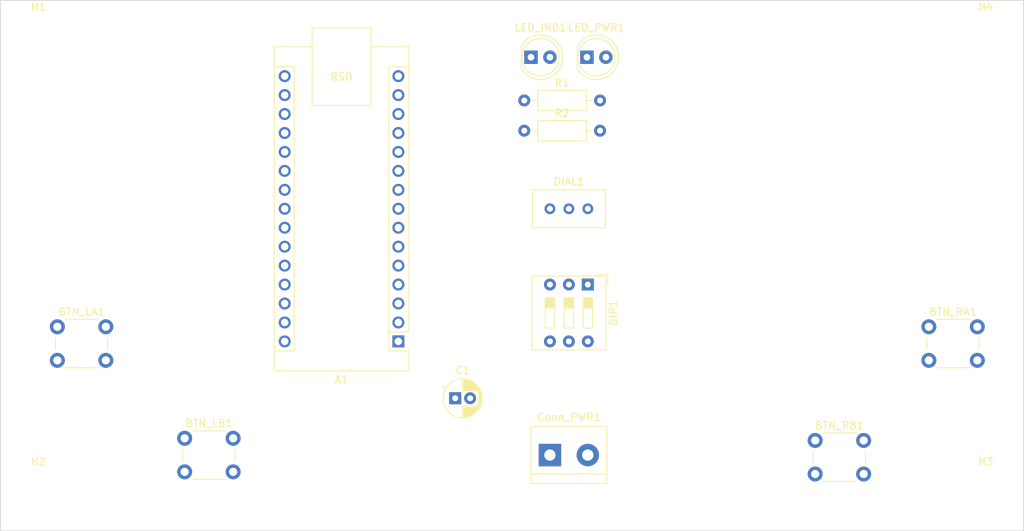
<source format=kicad_pcb>
(kicad_pcb (version 20221018) (generator pcbnew)
  (layers (0 "F.Cu" signal) (31 "B.Cu" signal) (34 "B.Paste" user) (35 "F.Paste" user) (36 "B.SilkS" user "B.Silkscreen") (37 "F.SilkS" user "F.Silkscreen") (38 "B.Mask" user) (39 "F.Mask" user) (44 "Edge.Cuts" user))
  (net 0 "")
  (net 4 "GND")
  (net 14 "MOSI")
  (net 15 "MISO")
  (net 16 "SCK")
  (net 17 "+3V3")
  (net 27 "+5V")
  (net 29 "VDC")
  (net 30 "BTN_LA")
  (net 31 "BTN_LB")
  (net 32 "BTN_RA")
  (net 33 "BTN_RB")
  (net 34 "Net-(Conn_PWR1-Pin_1)")
  (net 35 "DIAL")
  (net 36 "CH0")
  (net 37 "CH1")
  (net 38 "CH2")
  (net 39 "Net-(LED_IND1-K)")
  (net 40 "LED_IND")
  (net 41 "Net-(LED_PWR1-K)")
  (footprint "Resistor_THT:R_Axial_DIN0207_L6.3mm_D2.5mm_P10.16mm_Horizontal" (layer "F.Cu") (at 171.82 93.67)
    (fp_text reference "R2" (at 5.08 -2.37) (layer "F.SilkS"))
    (fp_text value "R")
    (fp_line (start 1.04 0) (end 1.81 0) (stroke (width 0.12)) (layer "F.SilkS"))
    (fp_line (start 1.81 -1.37) (end 1.81 1.37) (stroke (width 0.12)) (layer "F.SilkS"))
    (fp_line (start 1.81 1.37) (end 8.35 1.37) (stroke (width 0.12)) (layer "F.SilkS"))
    (fp_line (start 8.35 -1.37) (end 1.81 -1.37) (stroke (width 0.12)) (layer "F.SilkS"))
    (fp_line (start 8.35 1.37) (end 8.35 -1.37) (stroke (width 0.12)) (layer "F.SilkS"))
    (fp_line (start 9.12 0) (end 8.35 0) (stroke (width 0.12)) (layer "F.SilkS"))
    (pad "1" thru_hole circle (at 0 0) (size 1.6 1.6) (drill 0.8) (layers "*.Cu" "*.Mask") (net 4 "GND"))
    (pad "2" thru_hole oval (at 10.16 0) (size 1.6 1.6) (drill 0.8) (layers "*.Cu" "*.Mask") (net 39 "Net-(LED_IND1-K)"))
  )
  (footprint "Potentiometer_THT:Potentiometer_Bourns_3296W_Vertical" (layer "F.Cu") (at 180.34 104.14)
    (fp_text reference "DIAL1" (at -2.54 -3.66) (layer "F.SilkS"))
    (fp_text value "R_Potentiometer")
    (fp_line (start -7.425 -2.53) (end -7.425 2.54) (stroke (width 0.12)) (layer "F.SilkS"))
    (fp_line (start -7.425 -2.53) (end 2.345 -2.53) (stroke (width 0.12)) (layer "F.SilkS"))
    (fp_line (start -7.425 2.54) (end 2.345 2.54) (stroke (width 0.12)) (layer "F.SilkS"))
    (fp_line (start 2.345 -2.53) (end 2.345 2.54) (stroke (width 0.12)) (layer "F.SilkS"))
    (pad "1" thru_hole circle (at 0 0) (size 1.44 1.44) (drill 0.8) (layers "*.Cu" "*.Mask") (net 27 "+5V"))
    (pad "2" thru_hole circle (at -2.54 0) (size 1.44 1.44) (drill 0.8) (layers "*.Cu" "*.Mask") (net 35 "DIAL"))
    (pad "3" thru_hole circle (at -5.08 0) (size 1.44 1.44) (drill 0.8) (layers "*.Cu" "*.Mask") (net 4 "GND"))
  )
  (footprint "MountingHole:MountingHole_3.2mm_M3" (layer "F.Cu") (at 233.68 81.28)
    (fp_text reference "H4" (at 0 -4.2) (layer "F.SilkS"))
    (fp_text value "MountingHole")
    (pad "" np_thru_hole circle (at 0 0) (size 3.2 3.2) (drill 3.2) (layers "*.Cu" "*.Mask"))
  )
  (footprint "Resistor_THT:R_Axial_DIN0207_L6.3mm_D2.5mm_P10.16mm_Horizontal" (layer "F.Cu") (at 171.82 89.62)
    (fp_text reference "R1" (at 5.08 -2.37) (layer "F.SilkS"))
    (fp_text value "R")
    (fp_line (start 1.04 0) (end 1.81 0) (stroke (width 0.12)) (layer "F.SilkS"))
    (fp_line (start 1.81 -1.37) (end 1.81 1.37) (stroke (width 0.12)) (layer "F.SilkS"))
    (fp_line (start 1.81 1.37) (end 8.35 1.37) (stroke (width 0.12)) (layer "F.SilkS"))
    (fp_line (start 8.35 -1.37) (end 1.81 -1.37) (stroke (width 0.12)) (layer "F.SilkS"))
    (fp_line (start 8.35 1.37) (end 8.35 -1.37) (stroke (width 0.12)) (layer "F.SilkS"))
    (fp_line (start 9.12 0) (end 8.35 0) (stroke (width 0.12)) (layer "F.SilkS"))
    (pad "1" thru_hole circle (at 0 0) (size 1.6 1.6) (drill 0.8) (layers "*.Cu" "*.Mask") (net 41 "Net-(LED_PWR1-K)"))
    (pad "2" thru_hole oval (at 10.16 0) (size 1.6 1.6) (drill 0.8) (layers "*.Cu" "*.Mask") (net 4 "GND"))
  )
  (footprint "Button_Switch_THT:SW_PUSH_6mm_H8mm" (layer "F.Cu") (at 210.82 135.2)
    (fp_text reference "BTN_RB1" (at 3.25 -2) (layer "F.SilkS"))
    (fp_text value "SW_Push_Dual")
    (fp_line (start -0.25 1.5) (end -0.25 3) (stroke (width 0.12)) (layer "F.SilkS"))
    (fp_line (start 1 5.5) (end 5.5 5.5) (stroke (width 0.12)) (layer "F.SilkS"))
    (fp_line (start 5.5 -1) (end 1 -1) (stroke (width 0.12)) (layer "F.SilkS"))
    (fp_line (start 6.75 3) (end 6.75 1.5) (stroke (width 0.12)) (layer "F.SilkS"))
    (pad "1" thru_hole circle (at 0 0 90) (size 2 2) (drill 1.1) (layers "*.Cu" "*.Mask") (net 33 "BTN_RB"))
    (pad "1" thru_hole circle (at 6.5 0 90) (size 2 2) (drill 1.1) (layers "*.Cu" "*.Mask") (net 33 "BTN_RB"))
    (pad "2" thru_hole circle (at 0 4.5 90) (size 2 2) (drill 1.1) (layers "*.Cu" "*.Mask") (net 4 "GND"))
    (pad "2" thru_hole circle (at 6.5 4.5 90) (size 2 2) (drill 1.1) (layers "*.Cu" "*.Mask") (net 4 "GND"))
  )
  (footprint "LED_THT:LED_D5.0mm" (layer "F.Cu") (at 180.22 83.82)
    (fp_text reference "LED_PWR1" (at 1.27 -3.96) (layer "F.SilkS"))
    (fp_text value "LED")
    (fp_line (start -1.29 -1.545) (end -1.29 1.545) (stroke (width 0.12)) (layer "F.SilkS"))
    (fp_arc (start -1.29 -1.54483) (mid 2.072002 -2.880433) (end 4.26 0.000462) (stroke (width 0.12)) (layer "F.SilkS"))
    (fp_arc (start 4.26 -0.000462) (mid 2.072002 2.880433) (end -1.29 1.54483) (stroke (width 0.12)) (layer "F.SilkS"))
    (fp_circle (center 1.27 0) (end 3.77 0) (stroke (width 0.12)) (fill none) (layer "F.SilkS"))
    (pad "1" thru_hole rect (at 0 0) (size 1.8 1.8) (drill 0.9) (layers "*.Cu" "*.Mask") (net 41 "Net-(LED_PWR1-K)"))
    (pad "2" thru_hole circle (at 2.54 0) (size 1.8 1.8) (drill 0.9) (layers "*.Cu" "*.Mask") (net 29 "VDC"))
  )
  (footprint "MountingHole:MountingHole_3.2mm_M3" (layer "F.Cu") (at 106.68 81.28)
    (fp_text reference "H1" (at 0 -4.2) (layer "F.SilkS"))
    (fp_text value "MountingHole")
    (pad "" np_thru_hole circle (at 0 0) (size 3.2 3.2) (drill 3.2) (layers "*.Cu" "*.Mask"))
  )
  (footprint "Module:Arduino_Nano" (layer "F.Cu") (at 154.94 121.92 180)
    (fp_text reference "A1" (at 7.62 -5.08) (layer "F.SilkS"))
    (fp_text value "Arduino_Nano_Every")
    (fp_text user "USB" (at 7.62 35.56 180 unlocked) (layer "F.SilkS"))
    (fp_line (start -1.4 -3.94) (end -1.4 -1.27) (stroke (width 0.12)) (layer "F.SilkS"))
    (fp_line (start -1.4 1.27) (end -1.4 39.5) (stroke (width 0.12)) (layer "F.SilkS"))
    (fp_line (start -1.4 39.5) (end 3.68 39.5) (stroke (width 0.12)) (layer "F.SilkS"))
    (fp_line (start 1.27 -1.27) (end -1.4 -1.27) (stroke (width 0.12)) (layer "F.SilkS"))
    (fp_line (start 1.27 1.27) (end -1.4 1.27) (stroke (width 0.12)) (layer "F.SilkS"))
    (fp_line (start 1.27 1.27) (end 1.27 -1.27) (stroke (width 0.12)) (layer "F.SilkS"))
    (fp_line (start 1.27 1.27) (end 1.27 36.83) (stroke (width 0.12)) (layer "F.SilkS"))
    (fp_line (start 1.27 36.83) (end -1.4 36.83) (stroke (width 0.12)) (layer "F.SilkS"))
    (fp_line (start 3.68 31.62) (end 11.56 31.62) (stroke (width 0.12)) (layer "F.SilkS"))
    (fp_line (start 3.68 42.04) (end 3.68 31.62) (stroke (width 0.12)) (layer "F.SilkS"))
    (fp_line (start 11.56 31.62) (end 11.56 42.04) (stroke (width 0.12)) (layer "F.SilkS"))
    (fp_line (start 11.56 42.04) (end 3.68 42.04) (stroke (width 0.12)) (layer "F.SilkS"))
    (fp_line (start 13.97 -1.27) (end 13.97 36.83) (stroke (width 0.12)) (layer "F.SilkS"))
    (fp_line (start 13.97 -1.27) (end 16.64 -1.27) (stroke (width 0.12)) (layer "F.SilkS"))
    (fp_line (start 13.97 36.83) (end 16.64 36.83) (stroke (width 0.12)) (layer "F.SilkS"))
    (fp_line (start 16.64 -3.94) (end -1.4 -3.94) (stroke (width 0.12)) (layer "F.SilkS"))
    (fp_line (start 16.64 39.5) (end 11.56 39.5) (stroke (width 0.12)) (layer "F.SilkS"))
    (fp_line (start 16.64 39.5) (end 16.64 -3.94) (stroke (width 0.12)) (layer "F.SilkS"))
    (pad "1" thru_hole rect (at 0 0 180) (size 1.6 1.6) (drill 1) (layers "*.Cu" "*.Mask"))
    (pad "2" thru_hole oval (at 0 2.54 180) (size 1.6 1.6) (drill 1) (layers "*.Cu" "*.Mask"))
    (pad "3" thru_hole oval (at 0 5.08 180) (size 1.6 1.6) (drill 1) (layers "*.Cu" "*.Mask"))
    (pad "4" thru_hole oval (at 0 7.62 180) (size 1.6 1.6) (drill 1) (layers "*.Cu" "*.Mask") (net 4 "GND"))
    (pad "5" thru_hole oval (at 0 10.16 180) (size 1.6 1.6) (drill 1) (layers "*.Cu" "*.Mask"))
    (pad "6" thru_hole oval (at 0 12.7 180) (size 1.6 1.6) (drill 1) (layers "*.Cu" "*.Mask"))
    (pad "7" thru_hole oval (at 0 15.24 180) (size 1.6 1.6) (drill 1) (layers "*.Cu" "*.Mask"))
    (pad "8" thru_hole oval (at 0 17.78 180) (size 1.6 1.6) (drill 1) (layers "*.Cu" "*.Mask"))
    (pad "9" thru_hole oval (at 0 20.32 180) (size 1.6 1.6) (drill 1) (layers "*.Cu" "*.Mask"))
    (pad "10" thru_hole oval (at 0 22.86 180) (size 1.6 1.6) (drill 1) (layers "*.Cu" "*.Mask"))
    (pad "11" thru_hole oval (at 0 25.4 180) (size 1.6 1.6) (drill 1) (layers "*.Cu" "*.Mask"))
    (pad "12" thru_hole oval (at 0 27.94 180) (size 1.6 1.6) (drill 1) (layers "*.Cu" "*.Mask"))
    (pad "13" thru_hole oval (at 0 30.48 180) (size 1.6 1.6) (drill 1) (layers "*.Cu" "*.Mask"))
    (pad "14" thru_hole oval (at 0 33.02 180) (size 1.6 1.6) (drill 1) (layers "*.Cu" "*.Mask") (net 14 "MOSI"))
    (pad "15" thru_hole oval (at 0 35.56 180) (size 1.6 1.6) (drill 1) (layers "*.Cu" "*.Mask") (net 15 "MISO"))
    (pad "16" thru_hole oval (at 15.24 35.56 180) (size 1.6 1.6) (drill 1) (layers "*.Cu" "*.Mask") (net 16 "SCK"))
    (pad "17" thru_hole oval (at 15.24 33.02 180) (size 1.6 1.6) (drill 1) (layers "*.Cu" "*.Mask") (net 17 "+3V3"))
    (pad "18" thru_hole oval (at 15.24 30.48 180) (size 1.6 1.6) (drill 1) (layers "*.Cu" "*.Mask"))
    (pad "19" thru_hole oval (at 15.24 27.94 180) (size 1.6 1.6) (drill 1) (layers "*.Cu" "*.Mask"))
    (pad "20" thru_hole oval (at 15.24 25.4 180) (size 1.6 1.6) (drill 1) (layers "*.Cu" "*.Mask"))
    (pad "21" thru_hole oval (at 15.24 22.86 180) (size 1.6 1.6) (drill 1) (layers "*.Cu" "*.Mask"))
    (pad "22" thru_hole oval (at 15.24 20.32 180) (size 1.6 1.6) (drill 1) (layers "*.Cu" "*.Mask"))
    (pad "23" thru_hole oval (at 15.24 17.78 180) (size 1.6 1.6) (drill 1) (layers "*.Cu" "*.Mask"))
    (pad "24" thru_hole oval (at 15.24 15.24 180) (size 1.6 1.6) (drill 1) (layers "*.Cu" "*.Mask"))
    (pad "25" thru_hole oval (at 15.24 12.7 180) (size 1.6 1.6) (drill 1) (layers "*.Cu" "*.Mask"))
    (pad "26" thru_hole oval (at 15.24 10.16 180) (size 1.6 1.6) (drill 1) (layers "*.Cu" "*.Mask"))
    (pad "27" thru_hole oval (at 15.24 7.62 180) (size 1.6 1.6) (drill 1) (layers "*.Cu" "*.Mask") (net 27 "+5V"))
    (pad "28" thru_hole oval (at 15.24 5.08 180) (size 1.6 1.6) (drill 1) (layers "*.Cu" "*.Mask"))
    (pad "29" thru_hole oval (at 15.24 2.54 180) (size 1.6 1.6) (drill 1) (layers "*.Cu" "*.Mask") (net 4 "GND"))
    (pad "30" thru_hole oval (at 15.24 0 180) (size 1.6 1.6) (drill 1) (layers "*.Cu" "*.Mask") (net 29 "VDC"))
  )
  (footprint "Button_Switch_THT:SW_DIP_SPSTx03_Slide_9.78x9.8mm_W7.62mm_P2.54mm" (layer "F.Cu") (at 180.34 114.3 -90)
    (fp_text reference "DIP1" (at 3.81 -3.42 90) (layer "F.SilkS"))
    (fp_text value "SW_DIP_x03")
    (fp_line (start -1.38 -2.66) (end -1.38 -1.277) (stroke (width 0.12)) (layer "F.SilkS"))
    (fp_line (start -1.38 -2.66) (end 0.004 -2.66) (stroke (width 0.12)) (layer "F.SilkS"))
    (fp_line (start -1.14 -2.42) (end -1.14 7.5) (stroke (width 0.12)) (layer "F.SilkS"))
    (fp_line (start -1.14 -2.42) (end 8.76 -2.42) (stroke (width 0.12)) (layer "F.SilkS"))
    (fp_line (start -1.14 7.5) (end 8.76 7.5) (stroke (width 0.12)) (layer "F.SilkS"))
    (fp_line (start 1.78 -0.635) (end 1.78 0.635) (stroke (width 0.12)) (layer "F.SilkS"))
    (fp_line (start 1.78 -0.515) (end 3.133333 -0.515) (stroke (width 0.12)) (layer "F.SilkS"))
    (fp_line (start 1.78 -0.395) (end 3.133333 -0.395) (stroke (width 0.12)) (layer "F.SilkS"))
    (fp_line (start 1.78 -0.275) (end 3.133333 -0.275) (stroke (width 0.12)) (layer "F.SilkS"))
    (fp_line (start 1.78 -0.155) (end 3.133333 -0.155) (stroke (width 0.12)) (layer "F.SilkS"))
    (fp_line (start 1.78 -0.035) (end 3.133333 -0.035) (stroke (width 0.12)) (layer "F.SilkS"))
    (fp_line (start 1.78 0.085) (end 3.133333 0.085) (stroke (width 0.12)) (layer "F.SilkS"))
    (fp_line (start 1.78 0.205) (end 3.133333 0.205) (stroke (width 0.12)) (layer "F.SilkS"))
    (fp_line (start 1.78 0.325) (end 3.133333 0.325) (stroke (width 0.12)) (layer "F.SilkS"))
    (fp_line (start 1.78 0.445) (end 3.133333 0.445) (stroke (width 0.12)) (layer "F.SilkS"))
    (fp_line (start 1.78 0.565) (end 3.133333 0.565) (stroke (width 0.12)) (layer "F.SilkS"))
    (fp_line (start 1.78 0.635) (end 5.84 0.635) (stroke (width 0.12)) (layer "F.SilkS"))
    (fp_line (start 1.78 1.905) (end 1.78 3.175) (stroke (width 0.12)) (layer "F.SilkS"))
    (fp_line (start 1.78 2.025) (end 3.133333 2.025) (stroke (width 0.12)) (layer "F.SilkS"))
    (fp_line (start 1.78 2.145) (end 3.133333 2.145) (stroke (width 0.12)) (layer "F.SilkS"))
    (fp_line (start 1.78 2.265) (end 3.133333 2.265) (stroke (width 0.12)) (layer "F.SilkS"))
    (fp_line (start 1.78 2.385) (end 3.133333 2.385) (stroke (width 0.12)) (layer "F.SilkS"))
    (fp_line (start 1.78 2.505) (end 3.133333 2.505) (stroke (width 0.12)) (layer "F.SilkS"))
    (fp_line (start 1.78 2.625) (end 3.133333 2.625) (stroke (width 0.12)) (layer "F.SilkS"))
    (fp_line (start 1.78 2.745) (end 3.133333 2.745) (stroke (width 0.12)) (layer "F.SilkS"))
    (fp_line (start 1.78 2.865) (end 3.133333 2.865) (stroke (width 0.12)) (layer "F.SilkS"))
    (fp_line (start 1.78 2.985) (end 3.133333 2.985) (stroke (width 0.12)) (layer "F.SilkS"))
    (fp_line (start 1.78 3.105) (end 3.133333 3.105) (stroke (width 0.12)) (layer "F.SilkS"))
    (fp_line (start 1.78 3.175) (end 5.84 3.175) (stroke (width 0.12)) (layer "F.SilkS"))
    (fp_line (start 1.78 4.445) (end 1.78 5.715) (stroke (width 0.12)) (layer "F.SilkS"))
    (fp_line (start 1.78 4.565) (end 3.133333 4.565) (stroke (width 0.12)) (layer "F.SilkS"))
    (fp_line (start 1.78 4.685) (end 3.133333 4.685) (stroke (width 0.12)) (layer "F.SilkS"))
    (fp_line (start 1.78 4.805) (end 3.133333 4.805) (stroke (width 0.12)) (layer "F.SilkS"))
    (fp_line (start 1.78 4.925) (end 3.133333 4.925) (stroke (width 0.12)) (layer "F.SilkS"))
    (fp_line (start 1.78 5.045) (end 3.133333 5.045) (stroke (width 0.12)) (layer "F.SilkS"))
    (fp_line (start 1.78 5.165) (end 3.133333 5.165) (stroke (width 0.12)) (layer "F.SilkS"))
    (fp_line (start 1.78 5.285) (end 3.133333 5.285) (stroke (width 0.12)) (layer "F.SilkS"))
    (fp_line (start 1.78 5.405) (end 3.133333 5.405) (stroke (width 0.12)) (layer "F.SilkS"))
    (fp_line (start 1.78 5.525) (end 3.133333 5.525) (stroke (width 0.12)) (layer "F.SilkS"))
    (fp_line (start 1.78 5.645) (end 3.133333 5.645) (stroke (width 0.12)) (layer "F.SilkS"))
    (fp_line (start 1.78 5.715) (end 5.84 5.715) (stroke (width 0.12)) (layer "F.SilkS"))
    (fp_line (start 3.133333 -0.635) (end 3.133333 0.635) (stroke (width 0.12)) (layer "F.SilkS"))
    (fp_line (start 3.133333 1.905) (end 3.133333 3.175) (stroke (width 0.12)) (layer "F.SilkS"))
    (fp_line (start 3.133333 4.445) (end 3.133333 5.715) (stroke (width 0.12)) (layer "F.SilkS"))
    (fp_line (start 5.84 -0.635) (end 1.78 -0.635) (stroke (width 0.12)) (layer "F.SilkS"))
    (fp_line (start 5.84 0.635) (end 5.84 -0.635) (stroke (width 0.12)) (layer "F.SilkS"))
    (fp_line (start 5.84 1.905) (end 1.78 1.905) (stroke (width 0.12)) (layer "F.SilkS"))
    (fp_line (start 5.84 3.175) (end 5.84 1.905) (stroke (width 0.12)) (layer "F.SilkS"))
    (fp_line (start 5.84 4.445) (end 1.78 4.445) (stroke (width 0.12)) (layer "F.SilkS"))
    (fp_line (start 5.84 5.715) (end 5.84 4.445) (stroke (width 0.12)) (layer "F.SilkS"))
    (fp_line (start 8.76 -2.42) (end 8.76 7.5) (stroke (width 0.12)) (layer "F.SilkS"))
    (pad "1" thru_hole rect (at 0 0 270) (size 1.6 1.6) (drill 0.8) (layers "*.Cu" "*.Mask") (net 4 "GND"))
    (pad "2" thru_hole oval (at 0 2.54 270) (size 1.6 1.6) (drill 0.8) (layers "*.Cu" "*.Mask") (net 4 "GND"))
    (pad "3" thru_hole oval (at 0 5.08 270) (size 1.6 1.6) (drill 0.8) (layers "*.Cu" "*.Mask") (net 4 "GND"))
    (pad "4" thru_hole oval (at 7.62 5.08 270) (size 1.6 1.6) (drill 0.8) (layers "*.Cu" "*.Mask") (net 36 "CH0"))
    (pad "5" thru_hole oval (at 7.62 2.54 270) (size 1.6 1.6) (drill 0.8) (layers "*.Cu" "*.Mask") (net 37 "CH1"))
    (pad "6" thru_hole oval (at 7.62 0 270) (size 1.6 1.6) (drill 0.8) (layers "*.Cu" "*.Mask") (net 38 "CH2"))
  )
  (footprint "Button_Switch_THT:SW_PUSH_6mm_H8mm" (layer "F.Cu") (at 109.22 119.96)
    (fp_text reference "BTN_LA1" (at 3.25 -2) (layer "F.SilkS"))
    (fp_text value "SW_Push_Dual")
    (fp_line (start -0.25 1.5) (end -0.25 3) (stroke (width 0.12)) (layer "F.SilkS"))
    (fp_line (start 1 5.5) (end 5.5 5.5) (stroke (width 0.12)) (layer "F.SilkS"))
    (fp_line (start 5.5 -1) (end 1 -1) (stroke (width 0.12)) (layer "F.SilkS"))
    (fp_line (start 6.75 3) (end 6.75 1.5) (stroke (width 0.12)) (layer "F.SilkS"))
    (pad "1" thru_hole circle (at 0 0 90) (size 2 2) (drill 1.1) (layers "*.Cu" "*.Mask") (net 30 "BTN_LA"))
    (pad "1" thru_hole circle (at 6.5 0 90) (size 2 2) (drill 1.1) (layers "*.Cu" "*.Mask") (net 30 "BTN_LA"))
    (pad "2" thru_hole circle (at 0 4.5 90) (size 2 2) (drill 1.1) (layers "*.Cu" "*.Mask") (net 4 "GND"))
    (pad "2" thru_hole circle (at 6.5 4.5 90) (size 2 2) (drill 1.1) (layers "*.Cu" "*.Mask") (net 4 "GND"))
  )
  (footprint "TerminalBlock:TerminalBlock_bornier-2_P5.08mm" (layer "F.Cu") (at 175.26 137.16)
    (fp_text reference "Conn_PWR1" (at 2.54 -5.08) (layer "F.SilkS"))
    (fp_text value "Screw_Terminal_01x02")
    (fp_line (start -2.54 -3.81) (end -2.54 3.81) (stroke (width 0.12)) (layer "F.SilkS"))
    (fp_line (start -2.54 3.81) (end 7.62 3.81) (stroke (width 0.12)) (layer "F.SilkS"))
    (fp_line (start 7.62 -3.81) (end -2.54 -3.81) (stroke (width 0.12)) (layer "F.SilkS"))
    (fp_line (start 7.62 2.54) (end -2.54 2.54) (stroke (width 0.12)) (layer "F.SilkS"))
    (fp_line (start 7.62 3.81) (end 7.62 -3.81) (stroke (width 0.12)) (layer "F.SilkS"))
    (pad "1" thru_hole rect (at 0 0) (size 3 3) (drill 1.52) (layers "*.Cu" "*.Mask") (net 34 "Net-(Conn_PWR1-Pin_1)"))
    (pad "2" thru_hole circle (at 5.08 0) (size 3 3) (drill 1.52) (layers "*.Cu" "*.Mask") (net 4 "GND"))
  )
  (footprint "Button_Switch_THT:SW_PUSH_6mm_H8mm" (layer "F.Cu") (at 226.06 119.96)
    (fp_text reference "BTN_RA1" (at 3.25 -2) (layer "F.SilkS"))
    (fp_text value "SW_Push_Dual")
    (fp_line (start -0.25 1.5) (end -0.25 3) (stroke (width 0.12)) (layer "F.SilkS"))
    (fp_line (start 1 5.5) (end 5.5 5.5) (stroke (width 0.12)) (layer "F.SilkS"))
    (fp_line (start 5.5 -1) (end 1 -1) (stroke (width 0.12)) (layer "F.SilkS"))
    (fp_line (start 6.75 3) (end 6.75 1.5) (stroke (width 0.12)) (layer "F.SilkS"))
    (pad "1" thru_hole circle (at 0 0 90) (size 2 2) (drill 1.1) (layers "*.Cu" "*.Mask") (net 32 "BTN_RA"))
    (pad "1" thru_hole circle (at 6.5 0 90) (size 2 2) (drill 1.1) (layers "*.Cu" "*.Mask") (net 32 "BTN_RA"))
    (pad "2" thru_hole circle (at 0 4.5 90) (size 2 2) (drill 1.1) (layers "*.Cu" "*.Mask") (net 4 "GND"))
    (pad "2" thru_hole circle (at 6.5 4.5 90) (size 2 2) (drill 1.1) (layers "*.Cu" "*.Mask") (net 4 "GND"))
  )
  (footprint "LED_THT:LED_D5.0mm" (layer "F.Cu") (at 172.72 83.82)
    (fp_text reference "LED_IND1" (at 1.27 -3.96) (layer "F.SilkS"))
    (fp_text value "LED")
    (fp_line (start -1.29 -1.545) (end -1.29 1.545) (stroke (width 0.12)) (layer "F.SilkS"))
    (fp_arc (start -1.29 -1.54483) (mid 2.072002 -2.880433) (end 4.26 0.000462) (stroke (width 0.12)) (layer "F.SilkS"))
    (fp_arc (start 4.26 -0.000462) (mid 2.072002 2.880433) (end -1.29 1.54483) (stroke (width 0.12)) (layer "F.SilkS"))
    (fp_circle (center 1.27 0) (end 3.77 0) (stroke (width 0.12)) (fill none) (layer "F.SilkS"))
    (pad "1" thru_hole rect (at 0 0) (size 1.8 1.8) (drill 0.9) (layers "*.Cu" "*.Mask") (net 39 "Net-(LED_IND1-K)"))
    (pad "2" thru_hole circle (at 2.54 0) (size 1.8 1.8) (drill 0.9) (layers "*.Cu" "*.Mask") (net 40 "LED_IND"))
  )
  (footprint "Capacitor_THT:CP_Radial_D5.0mm_P2.00mm" (layer "F.Cu") (at 162.56 129.54)
    (fp_text reference "C1" (at 1 -3.75) (layer "F.SilkS"))
    (fp_text value "1uF")
    (fp_line (start -1.804775 -1.475) (end -1.304775 -1.475) (stroke (width 0.12)) (layer "F.SilkS"))
    (fp_line (start -1.554775 -1.725) (end -1.554775 -1.225) (stroke (width 0.12)) (layer "F.SilkS"))
    (fp_line (start 1 -2.58) (end 1 -1.04) (stroke (width 0.12)) (layer "F.SilkS"))
    (fp_line (start 1 1.04) (end 1 2.58) (stroke (width 0.12)) (layer "F.SilkS"))
    (fp_line (start 1.04 -2.58) (end 1.04 -1.04) (stroke (width 0.12)) (layer "F.SilkS"))
    (fp_line (start 1.04 1.04) (end 1.04 2.58) (stroke (width 0.12)) (layer "F.SilkS"))
    (fp_line (start 1.08 -2.579) (end 1.08 -1.04) (stroke (width 0.12)) (layer "F.SilkS"))
    (fp_line (start 1.08 1.04) (end 1.08 2.579) (stroke (width 0.12)) (layer "F.SilkS"))
    (fp_line (start 1.12 -2.578) (end 1.12 -1.04) (stroke (width 0.12)) (layer "F.SilkS"))
    (fp_line (start 1.12 1.04) (end 1.12 2.578) (stroke (width 0.12)) (layer "F.SilkS"))
    (fp_line (start 1.16 -2.576) (end 1.16 -1.04) (stroke (width 0.12)) (layer "F.SilkS"))
    (fp_line (start 1.16 1.04) (end 1.16 2.576) (stroke (width 0.12)) (layer "F.SilkS"))
    (fp_line (start 1.2 -2.573) (end 1.2 -1.04) (stroke (width 0.12)) (layer "F.SilkS"))
    (fp_line (start 1.2 1.04) (end 1.2 2.573) (stroke (width 0.12)) (layer "F.SilkS"))
    (fp_line (start 1.24 -2.569) (end 1.24 -1.04) (stroke (width 0.12)) (layer "F.SilkS"))
    (fp_line (start 1.24 1.04) (end 1.24 2.569) (stroke (width 0.12)) (layer "F.SilkS"))
    (fp_line (start 1.28 -2.565) (end 1.28 -1.04) (stroke (width 0.12)) (layer "F.SilkS"))
    (fp_line (start 1.28 1.04) (end 1.28 2.565) (stroke (width 0.12)) (layer "F.SilkS"))
    (fp_line (start 1.32 -2.561) (end 1.32 -1.04) (stroke (width 0.12)) (layer "F.SilkS"))
    (fp_line (start 1.32 1.04) (end 1.32 2.561) (stroke (width 0.12)) (layer "F.SilkS"))
    (fp_line (start 1.36 -2.556) (end 1.36 -1.04) (stroke (width 0.12)) (layer "F.SilkS"))
    (fp_line (start 1.36 1.04) (end 1.36 2.556) (stroke (width 0.12)) (layer "F.SilkS"))
    (fp_line (start 1.4 -2.55) (end 1.4 -1.04) (stroke (width 0.12)) (layer "F.SilkS"))
    (fp_line (start 1.4 1.04) (end 1.4 2.55) (stroke (width 0.12)) (layer "F.SilkS"))
    (fp_line (start 1.44 -2.543) (end 1.44 -1.04) (stroke (width 0.12)) (layer "F.SilkS"))
    (fp_line (start 1.44 1.04) (end 1.44 2.543) (stroke (width 0.12)) (layer "F.SilkS"))
    (fp_line (start 1.48 -2.536) (end 1.48 -1.04) (stroke (width 0.12)) (layer "F.SilkS"))
    (fp_line (start 1.48 1.04) (end 1.48 2.536) (stroke (width 0.12)) (layer "F.SilkS"))
    (fp_line (start 1.52 -2.528) (end 1.52 -1.04) (stroke (width 0.12)) (layer "F.SilkS"))
    (fp_line (start 1.52 1.04) (end 1.52 2.528) (stroke (width 0.12)) (layer "F.SilkS"))
    (fp_line (start 1.56 -2.52) (end 1.56 -1.04) (stroke (width 0.12)) (layer "F.SilkS"))
    (fp_line (start 1.56 1.04) (end 1.56 2.52) (stroke (width 0.12)) (layer "F.SilkS"))
    (fp_line (start 1.6 -2.511) (end 1.6 -1.04) (stroke (width 0.12)) (layer "F.SilkS"))
    (fp_line (start 1.6 1.04) (end 1.6 2.511) (stroke (width 0.12)) (layer "F.SilkS"))
    (fp_line (start 1.64 -2.501) (end 1.64 -1.04) (stroke (width 0.12)) (layer "F.SilkS"))
    (fp_line (start 1.64 1.04) (end 1.64 2.501) (stroke (width 0.12)) (layer "F.SilkS"))
    (fp_line (start 1.68 -2.491) (end 1.68 -1.04) (stroke (width 0.12)) (layer "F.SilkS"))
    (fp_line (start 1.68 1.04) (end 1.68 2.491) (stroke (width 0.12)) (layer "F.SilkS"))
    (fp_line (start 1.721 -2.48) (end 1.721 -1.04) (stroke (width 0.12)) (layer "F.SilkS"))
    (fp_line (start 1.721 1.04) (end 1.721 2.48) (stroke (width 0.12)) (layer "F.SilkS"))
    (fp_line (start 1.761 -2.468) (end 1.761 -1.04) (stroke (width 0.12)) (layer "F.SilkS"))
    (fp_line (start 1.761 1.04) (end 1.761 2.468) (stroke (width 0.12)) (layer "F.SilkS"))
    (fp_line (start 1.801 -2.455) (end 1.801 -1.04) (stroke (width 0.12)) (layer "F.SilkS"))
    (fp_line (start 1.801 1.04) (end 1.801 2.455) (stroke (width 0.12)) (layer "F.SilkS"))
    (fp_line (start 1.841 -2.442) (end 1.841 -1.04) (stroke (width 0.12)) (layer "F.SilkS"))
    (fp_line (start 1.841 1.04) (end 1.841 2.442) (stroke (width 0.12)) (layer "F.SilkS"))
    (fp_line (start 1.881 -2.428) (end 1.881 -1.04) (stroke (width 0.12)) (layer "F.SilkS"))
    (fp_line (start 1.881 1.04) (end 1.881 2.428) (stroke (width 0.12)) (layer "F.SilkS"))
    (fp_line (start 1.921 -2.414) (end 1.921 -1.04) (stroke (width 0.12)) (layer "F.SilkS"))
    (fp_line (start 1.921 1.04) (end 1.921 2.414) (stroke (width 0.12)) (layer "F.SilkS"))
    (fp_line (start 1.961 -2.398) (end 1.961 -1.04) (stroke (width 0.12)) (layer "F.SilkS"))
    (fp_line (start 1.961 1.04) (end 1.961 2.398) (stroke (width 0.12)) (layer "F.SilkS"))
    (fp_line (start 2.001 -2.382) (end 2.001 -1.04) (stroke (width 0.12)) (layer "F.SilkS"))
    (fp_line (start 2.001 1.04) (end 2.001 2.382) (stroke (width 0.12)) (layer "F.SilkS"))
    (fp_line (start 2.041 -2.365) (end 2.041 -1.04) (stroke (width 0.12)) (layer "F.SilkS"))
    (fp_line (start 2.041 1.04) (end 2.041 2.365) (stroke (width 0.12)) (layer "F.SilkS"))
    (fp_line (start 2.081 -2.348) (end 2.081 -1.04) (stroke (width 0.12)) (layer "F.SilkS"))
    (fp_line (start 2.081 1.04) (end 2.081 2.348) (stroke (width 0.12)) (layer "F.SilkS"))
    (fp_line (start 2.121 -2.329) (end 2.121 -1.04) (stroke (width 0.12)) (layer "F.SilkS"))
    (fp_line (start 2.121 1.04) (end 2.121 2.329) (stroke (width 0.12)) (layer "F.SilkS"))
    (fp_line (start 2.161 -2.31) (end 2.161 -1.04) (stroke (width 0.12)) (layer "F.SilkS"))
    (fp_line (start 2.161 1.04) (end 2.161 2.31) (stroke (width 0.12)) (layer "F.SilkS"))
    (fp_line (start 2.201 -2.29) (end 2.201 -1.04) (stroke (width 0.12)) (layer "F.SilkS"))
    (fp_line (start 2.201 1.04) (end 2.201 2.29) (stroke (width 0.12)) (layer "F.SilkS"))
    (fp_line (start 2.241 -2.268) (end 2.241 -1.04) (stroke (width 0.12)) (layer "F.SilkS"))
    (fp_line (start 2.241 1.04) (end 2.241 2.268) (stroke (width 0.12)) (layer "F.SilkS"))
    (fp_line (start 2.281 -2.247) (end 2.281 -1.04) (stroke (width 0.12)) (layer "F.SilkS"))
    (fp_line (start 2.281 1.04) (end 2.281 2.247) (stroke (width 0.12)) (layer "F.SilkS"))
    (fp_line (start 2.321 -2.224) (end 2.321 -1.04) (stroke (width 0.12)) (layer "F.SilkS"))
    (fp_line (start 2.321 1.04) (end 2.321 2.224) (stroke (width 0.12)) (layer "F.SilkS"))
    (fp_line (start 2.361 -2.2) (end 2.361 -1.04) (stroke (width 0.12)) (layer "F.SilkS"))
    (fp_line (start 2.361 1.04) (end 2.361 2.2) (stroke (width 0.12)) (layer "F.SilkS"))
    (fp_line (start 2.401 -2.175) (end 2.401 -1.04) (stroke (width 0.12)) (layer "F.SilkS"))
    (fp_line (start 2.401 1.04) (end 2.401 2.175) (stroke (width 0.12)) (layer "F.SilkS"))
    (fp_line (start 2.441 -2.149) (end 2.441 -1.04) (stroke (width 0.12)) (layer "F.SilkS"))
    (fp_line (start 2.441 1.04) (end 2.441 2.149) (stroke (width 0.12)) (layer "F.SilkS"))
    (fp_line (start 2.481 -2.122) (end 2.481 -1.04) (stroke (width 0.12)) (layer "F.SilkS"))
    (fp_line (start 2.481 1.04) (end 2.481 2.122) (stroke (width 0.12)) (layer "F.SilkS"))
    (fp_line (start 2.521 -2.095) (end 2.521 -1.04) (stroke (width 0.12)) (layer "F.SilkS"))
    (fp_line (start 2.521 1.04) (end 2.521 2.095) (stroke (width 0.12)) (layer "F.SilkS"))
    (fp_line (start 2.561 -2.065) (end 2.561 -1.04) (stroke (width 0.12)) (layer "F.SilkS"))
    (fp_line (start 2.561 1.04) (end 2.561 2.065) (stroke (width 0.12)) (layer "F.SilkS"))
    (fp_line (start 2.601 -2.035) (end 2.601 -1.04) (stroke (width 0.12)) (layer "F.SilkS"))
    (fp_line (start 2.601 1.04) (end 2.601 2.035) (stroke (width 0.12)) (layer "F.SilkS"))
    (fp_line (start 2.641 -2.004) (end 2.641 -1.04) (stroke (width 0.12)) (layer "F.SilkS"))
    (fp_line (start 2.641 1.04) (end 2.641 2.004) (stroke (width 0.12)) (layer "F.SilkS"))
    (fp_line (start 2.681 -1.971) (end 2.681 -1.04) (stroke (width 0.12)) (layer "F.SilkS"))
    (fp_line (start 2.681 1.04) (end 2.681 1.971) (stroke (width 0.12)) (layer "F.SilkS"))
    (fp_line (start 2.721 -1.937) (end 2.721 -1.04) (stroke (width 0.12)) (layer "F.SilkS"))
    (fp_line (start 2.721 1.04) (end 2.721 1.937) (stroke (width 0.12)) (layer "F.SilkS"))
    (fp_line (start 2.761 -1.901) (end 2.761 -1.04) (stroke (width 0.12)) (layer "F.SilkS"))
    (fp_line (start 2.761 1.04) (end 2.761 1.901) (stroke (width 0.12)) (layer "F.SilkS"))
    (fp_line (start 2.801 -1.864) (end 2.801 -1.04) (stroke (width 0.12)) (layer "F.SilkS"))
    (fp_line (start 2.801 1.04) (end 2.801 1.864) (stroke (width 0.12)) (layer "F.SilkS"))
    (fp_line (start 2.841 -1.826) (end 2.841 -1.04) (stroke (width 0.12)) (layer "F.SilkS"))
    (fp_line (start 2.841 1.04) (end 2.841 1.826) (stroke (width 0.12)) (layer "F.SilkS"))
    (fp_line (start 2.881 -1.785) (end 2.881 -1.04) (stroke (width 0.12)) (layer "F.SilkS"))
    (fp_line (start 2.881 1.04) (end 2.881 1.785) (stroke (width 0.12)) (layer "F.SilkS"))
    (fp_line (start 2.921 -1.743) (end 2.921 -1.04) (stroke (width 0.12)) (layer "F.SilkS"))
    (fp_line (start 2.921 1.04) (end 2.921 1.743) (stroke (width 0.12)) (layer "F.SilkS"))
    (fp_line (start 2.961 -1.699) (end 2.961 -1.04) (stroke (width 0.12)) (layer "F.SilkS"))
    (fp_line (start 2.961 1.04) (end 2.961 1.699) (stroke (width 0.12)) (layer "F.SilkS"))
    (fp_line (start 3.001 -1.653) (end 3.001 -1.04) (stroke (width 0.12)) (layer "F.SilkS"))
    (fp_line (start 3.001 1.04) (end 3.001 1.653) (stroke (width 0.12)) (layer "F.SilkS"))
    (fp_line (start 3.041 -1.605) (end 3.041 1.605) (stroke (width 0.12)) (layer "F.SilkS"))
    (fp_line (start 3.081 -1.554) (end 3.081 1.554) (stroke (width 0.12)) (layer "F.SilkS"))
    (fp_line (start 3.121 -1.5) (end 3.121 1.5) (stroke (width 0.12)) (layer "F.SilkS"))
    (fp_line (start 3.161 -1.443) (end 3.161 1.443) (stroke (width 0.12)) (layer "F.SilkS"))
    (fp_line (start 3.201 -1.383) (end 3.201 1.383) (stroke (width 0.12)) (layer "F.SilkS"))
    (fp_line (start 3.241 -1.319) (end 3.241 1.319) (stroke (width 0.12)) (layer "F.SilkS"))
    (fp_line (start 3.281 -1.251) (end 3.281 1.251) (stroke (width 0.12)) (layer "F.SilkS"))
    (fp_line (start 3.321 -1.178) (end 3.321 1.178) (stroke (width 0.12)) (layer "F.SilkS"))
    (fp_line (start 3.361 -1.098) (end 3.361 1.098) (stroke (width 0.12)) (layer "F.SilkS"))
    (fp_line (start 3.401 -1.011) (end 3.401 1.011) (stroke (width 0.12)) (layer "F.SilkS"))
    (fp_line (start 3.441 -0.915) (end 3.441 0.915) (stroke (width 0.12)) (layer "F.SilkS"))
    (fp_line (start 3.481 -0.805) (end 3.481 0.805) (stroke (width 0.12)) (layer "F.SilkS"))
    (fp_line (start 3.521 -0.677) (end 3.521 0.677) (stroke (width 0.12)) (layer "F.SilkS"))
    (fp_line (start 3.561 -0.518) (end 3.561 0.518) (stroke (width 0.12)) (layer "F.SilkS"))
    (fp_line (start 3.601 -0.284) (end 3.601 0.284) (stroke (width 0.12)) (layer "F.SilkS"))
    (fp_circle (center 1 0) (end 3.62 0) (stroke (width 0.12)) (fill none) (layer "F.SilkS"))
    (pad "1" thru_hole rect (at 0 0) (size 1.6 1.6) (drill 0.8) (layers "*.Cu" "*.Mask") (net 17 "+3V3"))
    (pad "2" thru_hole circle (at 2 0) (size 1.6 1.6) (drill 0.8) (layers "*.Cu" "*.Mask") (net 4 "GND"))
  )
  (footprint "MountingHole:MountingHole_3.2mm_M3" (layer "F.Cu") (at 233.68 142.24)
    (fp_text reference "H3" (at 0 -4.2) (layer "F.SilkS"))
    (fp_text value "MountingHole")
    (pad "" np_thru_hole circle (at 0 0) (size 3.2 3.2) (drill 3.2) (layers "*.Cu" "*.Mask"))
  )
  (footprint "MountingHole:MountingHole_3.2mm_M3" (layer "F.Cu") (at 106.68 142.24)
    (fp_text reference "H2" (at 0 -4.2) (layer "F.SilkS"))
    (fp_text value "MountingHole")
    (pad "" np_thru_hole circle (at 0 0) (size 3.2 3.2) (drill 3.2) (layers "*.Cu" "*.Mask"))
  )
  (footprint "Button_Switch_THT:SW_PUSH_6mm_H8mm" (layer "F.Cu") (at 126.29 134.91)
    (fp_text reference "BTN_LB1" (at 3.25 -2) (layer "F.SilkS"))
    (fp_text value "SW_Push_Dual")
    (fp_line (start -0.25 1.5) (end -0.25 3) (stroke (width 0.12)) (layer "F.SilkS"))
    (fp_line (start 1 5.5) (end 5.5 5.5) (stroke (width 0.12)) (layer "F.SilkS"))
    (fp_line (start 5.5 -1) (end 1 -1) (stroke (width 0.12)) (layer "F.SilkS"))
    (fp_line (start 6.75 3) (end 6.75 1.5) (stroke (width 0.12)) (layer "F.SilkS"))
    (pad "1" thru_hole circle (at 0 0 90) (size 2 2) (drill 1.1) (layers "*.Cu" "*.Mask") (net 31 "BTN_LB"))
    (pad "1" thru_hole circle (at 6.5 0 90) (size 2 2) (drill 1.1) (layers "*.Cu" "*.Mask") (net 31 "BTN_LB"))
    (pad "2" thru_hole circle (at 0 4.5 90) (size 2 2) (drill 1.1) (layers "*.Cu" "*.Mask") (net 4 "GND"))
    (pad "2" thru_hole circle (at 6.5 4.5 90) (size 2 2) (drill 1.1) (layers "*.Cu" "*.Mask") (net 4 "GND"))
  )
  (gr_rect (start 101.6 76.2) (end 238.76 147.32) (stroke (width 0.1)) (fill none) (layer "Edge.Cuts"))
)
</source>
